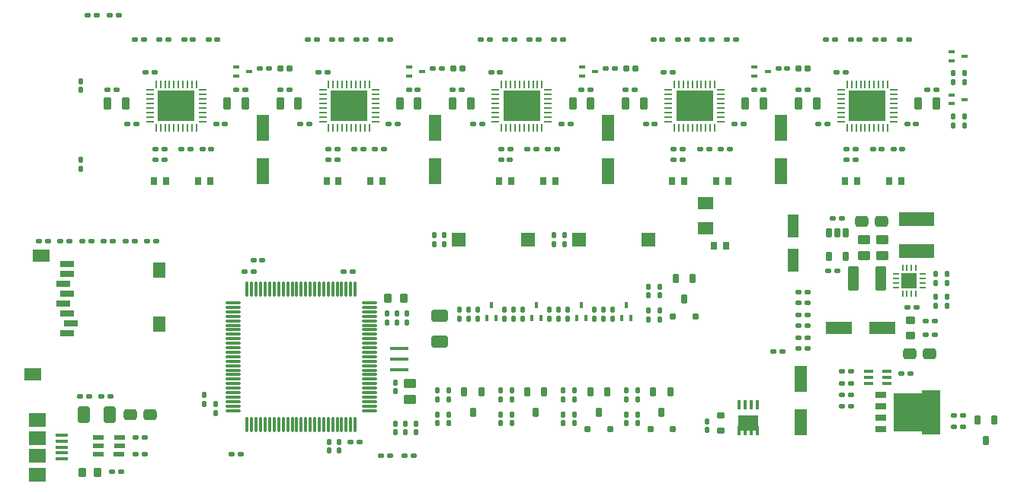
<source format=gtp>
G04*
G04 #@! TF.GenerationSoftware,Altium Limited,Altium Designer,18.1.4 (159)*
G04*
G04 Layer_Color=8421504*
%FSLAX44Y44*%
%MOMM*%
G71*
G01*
G75*
%ADD47R,0.8000X0.9000*%
%ADD48O,0.2500X0.8500*%
%ADD49O,0.8500X0.2500*%
%ADD50R,4.1000X3.4000*%
G04:AMPARAMS|DCode=51|XSize=0.5mm|YSize=0.6mm|CornerRadius=0.05mm|HoleSize=0mm|Usage=FLASHONLY|Rotation=90.000|XOffset=0mm|YOffset=0mm|HoleType=Round|Shape=RoundedRectangle|*
%AMROUNDEDRECTD51*
21,1,0.5000,0.5000,0,0,90.0*
21,1,0.4000,0.6000,0,0,90.0*
1,1,0.1000,0.2500,0.2000*
1,1,0.1000,0.2500,-0.2000*
1,1,0.1000,-0.2500,-0.2000*
1,1,0.1000,-0.2500,0.2000*
%
%ADD51ROUNDEDRECTD51*%
G04:AMPARAMS|DCode=52|XSize=0.35mm|YSize=0.65mm|CornerRadius=0.0438mm|HoleSize=0mm|Usage=FLASHONLY|Rotation=270.000|XOffset=0mm|YOffset=0mm|HoleType=Round|Shape=RoundedRectangle|*
%AMROUNDEDRECTD52*
21,1,0.3500,0.5625,0,0,270.0*
21,1,0.2625,0.6500,0,0,270.0*
1,1,0.0875,-0.2813,-0.1313*
1,1,0.0875,-0.2813,0.1313*
1,1,0.0875,0.2813,0.1313*
1,1,0.0875,0.2813,-0.1313*
%
%ADD52ROUNDEDRECTD52*%
G04:AMPARAMS|DCode=53|XSize=0.6mm|YSize=0.6mm|CornerRadius=0.06mm|HoleSize=0mm|Usage=FLASHONLY|Rotation=270.000|XOffset=0mm|YOffset=0mm|HoleType=Round|Shape=RoundedRectangle|*
%AMROUNDEDRECTD53*
21,1,0.6000,0.4800,0,0,270.0*
21,1,0.4800,0.6000,0,0,270.0*
1,1,0.1200,-0.2400,-0.2400*
1,1,0.1200,-0.2400,0.2400*
1,1,0.1200,0.2400,0.2400*
1,1,0.1200,0.2400,-0.2400*
%
%ADD53ROUNDEDRECTD53*%
%ADD54R,1.3970X2.9972*%
G04:AMPARAMS|DCode=55|XSize=1.3mm|YSize=0.8mm|CornerRadius=0.1mm|HoleSize=0mm|Usage=FLASHONLY|Rotation=270.000|XOffset=0mm|YOffset=0mm|HoleType=Round|Shape=RoundedRectangle|*
%AMROUNDEDRECTD55*
21,1,1.3000,0.6000,0,0,270.0*
21,1,1.1000,0.8000,0,0,270.0*
1,1,0.2000,-0.3000,-0.5500*
1,1,0.2000,-0.3000,0.5500*
1,1,0.2000,0.3000,0.5500*
1,1,0.2000,0.3000,-0.5500*
%
%ADD55ROUNDEDRECTD55*%
%ADD56R,4.0000X1.5000*%
G04:AMPARAMS|DCode=57|XSize=0.6mm|YSize=0.5mm|CornerRadius=0.0625mm|HoleSize=0mm|Usage=FLASHONLY|Rotation=0.000|XOffset=0mm|YOffset=0mm|HoleType=Round|Shape=RoundedRectangle|*
%AMROUNDEDRECTD57*
21,1,0.6000,0.3750,0,0,0.0*
21,1,0.4750,0.5000,0,0,0.0*
1,1,0.1250,0.2375,-0.1875*
1,1,0.1250,-0.2375,-0.1875*
1,1,0.1250,-0.2375,0.1875*
1,1,0.1250,0.2375,0.1875*
%
%ADD57ROUNDEDRECTD57*%
G04:AMPARAMS|DCode=58|XSize=0.6mm|YSize=0.5mm|CornerRadius=0.0625mm|HoleSize=0mm|Usage=FLASHONLY|Rotation=270.000|XOffset=0mm|YOffset=0mm|HoleType=Round|Shape=RoundedRectangle|*
%AMROUNDEDRECTD58*
21,1,0.6000,0.3750,0,0,270.0*
21,1,0.4750,0.5000,0,0,270.0*
1,1,0.1250,-0.1875,-0.2375*
1,1,0.1250,-0.1875,0.2375*
1,1,0.1250,0.1875,0.2375*
1,1,0.1250,0.1875,-0.2375*
%
%ADD58ROUNDEDRECTD58*%
G04:AMPARAMS|DCode=59|XSize=0.6mm|YSize=1mm|CornerRadius=0.075mm|HoleSize=0mm|Usage=FLASHONLY|Rotation=180.000|XOffset=0mm|YOffset=0mm|HoleType=Round|Shape=RoundedRectangle|*
%AMROUNDEDRECTD59*
21,1,0.6000,0.8500,0,0,180.0*
21,1,0.4500,1.0000,0,0,180.0*
1,1,0.1500,-0.2250,0.4250*
1,1,0.1500,0.2250,0.4250*
1,1,0.1500,0.2250,-0.4250*
1,1,0.1500,-0.2250,-0.4250*
%
%ADD59ROUNDEDRECTD59*%
%ADD60R,2.0000X0.4000*%
%ADD61R,1.1500X0.6000*%
%ADD62R,1.9050X1.4224*%
%ADD63R,1.4224X1.8034*%
%ADD64R,1.5240X0.7112*%
%ADD65O,0.3000X1.8000*%
%ADD66O,1.8000X0.3000*%
%ADD67R,1.5000X1.5000*%
G04:AMPARAMS|DCode=68|XSize=0.5mm|YSize=0.6mm|CornerRadius=0.05mm|HoleSize=0mm|Usage=FLASHONLY|Rotation=180.000|XOffset=0mm|YOffset=0mm|HoleType=Round|Shape=RoundedRectangle|*
%AMROUNDEDRECTD68*
21,1,0.5000,0.5000,0,0,180.0*
21,1,0.4000,0.6000,0,0,180.0*
1,1,0.1000,-0.2000,0.2500*
1,1,0.1000,0.2000,0.2500*
1,1,0.1000,0.2000,-0.2500*
1,1,0.1000,-0.2000,-0.2500*
%
%ADD68ROUNDEDRECTD68*%
%ADD69R,0.4050X0.9900*%
%ADD70R,2.2350X1.7250*%
%ADD71R,1.9000X1.5000*%
%ADD72R,1.3500X0.4000*%
G04:AMPARAMS|DCode=73|XSize=1mm|YSize=0.9mm|CornerRadius=0.1125mm|HoleSize=0mm|Usage=FLASHONLY|Rotation=180.000|XOffset=0mm|YOffset=0mm|HoleType=Round|Shape=RoundedRectangle|*
%AMROUNDEDRECTD73*
21,1,1.0000,0.6750,0,0,180.0*
21,1,0.7750,0.9000,0,0,180.0*
1,1,0.2250,-0.3875,0.3375*
1,1,0.2250,0.3875,0.3375*
1,1,0.2250,0.3875,-0.3375*
1,1,0.2250,-0.3875,-0.3375*
%
%ADD73ROUNDEDRECTD73*%
%ADD74R,1.8000X1.3500*%
G04:AMPARAMS|DCode=75|XSize=1mm|YSize=0.9mm|CornerRadius=0.1125mm|HoleSize=0mm|Usage=FLASHONLY|Rotation=90.000|XOffset=0mm|YOffset=0mm|HoleType=Round|Shape=RoundedRectangle|*
%AMROUNDEDRECTD75*
21,1,1.0000,0.6750,0,0,90.0*
21,1,0.7750,0.9000,0,0,90.0*
1,1,0.2250,0.3375,0.3875*
1,1,0.2250,0.3375,-0.3875*
1,1,0.2250,-0.3375,-0.3875*
1,1,0.2250,-0.3375,0.3875*
%
%ADD75ROUNDEDRECTD75*%
G04:AMPARAMS|DCode=76|XSize=1.8mm|YSize=1.3mm|CornerRadius=0.1625mm|HoleSize=0mm|Usage=FLASHONLY|Rotation=90.000|XOffset=0mm|YOffset=0mm|HoleType=Round|Shape=RoundedRectangle|*
%AMROUNDEDRECTD76*
21,1,1.8000,0.9750,0,0,90.0*
21,1,1.4750,1.3000,0,0,90.0*
1,1,0.3250,0.4875,0.7375*
1,1,0.3250,0.4875,-0.7375*
1,1,0.3250,-0.4875,-0.7375*
1,1,0.3250,-0.4875,0.7375*
%
%ADD76ROUNDEDRECTD76*%
G04:AMPARAMS|DCode=77|XSize=1.8mm|YSize=1.3mm|CornerRadius=0.1625mm|HoleSize=0mm|Usage=FLASHONLY|Rotation=0.000|XOffset=0mm|YOffset=0mm|HoleType=Round|Shape=RoundedRectangle|*
%AMROUNDEDRECTD77*
21,1,1.8000,0.9750,0,0,0.0*
21,1,1.4750,1.3000,0,0,0.0*
1,1,0.3250,0.7375,-0.4875*
1,1,0.3250,-0.7375,-0.4875*
1,1,0.3250,-0.7375,0.4875*
1,1,0.3250,0.7375,0.4875*
%
%ADD77ROUNDEDRECTD77*%
G04:AMPARAMS|DCode=78|XSize=0.6mm|YSize=0.8mm|CornerRadius=0.06mm|HoleSize=0mm|Usage=FLASHONLY|Rotation=270.000|XOffset=0mm|YOffset=0mm|HoleType=Round|Shape=RoundedRectangle|*
%AMROUNDEDRECTD78*
21,1,0.6000,0.6800,0,0,270.0*
21,1,0.4800,0.8000,0,0,270.0*
1,1,0.1200,-0.3400,-0.2400*
1,1,0.1200,-0.3400,0.2400*
1,1,0.1200,0.3400,0.2400*
1,1,0.1200,0.3400,-0.2400*
%
%ADD78ROUNDEDRECTD78*%
G04:AMPARAMS|DCode=79|XSize=1.2mm|YSize=1.5mm|CornerRadius=0.3mm|HoleSize=0mm|Usage=FLASHONLY|Rotation=90.000|XOffset=0mm|YOffset=0mm|HoleType=Round|Shape=RoundedRectangle|*
%AMROUNDEDRECTD79*
21,1,1.2000,0.9000,0,0,90.0*
21,1,0.6000,1.5000,0,0,90.0*
1,1,0.6000,0.4500,0.3000*
1,1,0.6000,0.4500,-0.3000*
1,1,0.6000,-0.4500,-0.3000*
1,1,0.6000,-0.4500,0.3000*
%
%ADD79ROUNDEDRECTD79*%
G04:AMPARAMS|DCode=80|XSize=0.6mm|YSize=0.7mm|CornerRadius=0.075mm|HoleSize=0mm|Usage=FLASHONLY|Rotation=0.000|XOffset=0mm|YOffset=0mm|HoleType=Round|Shape=RoundedRectangle|*
%AMROUNDEDRECTD80*
21,1,0.6000,0.5500,0,0,0.0*
21,1,0.4500,0.7000,0,0,0.0*
1,1,0.1500,0.2250,-0.2750*
1,1,0.1500,-0.2250,-0.2750*
1,1,0.1500,-0.2250,0.2750*
1,1,0.1500,0.2250,0.2750*
%
%ADD80ROUNDEDRECTD80*%
G04:AMPARAMS|DCode=81|XSize=0.35mm|YSize=0.65mm|CornerRadius=0.0438mm|HoleSize=0mm|Usage=FLASHONLY|Rotation=0.000|XOffset=0mm|YOffset=0mm|HoleType=Round|Shape=RoundedRectangle|*
%AMROUNDEDRECTD81*
21,1,0.3500,0.5625,0,0,0.0*
21,1,0.2625,0.6500,0,0,0.0*
1,1,0.0875,0.1313,-0.2813*
1,1,0.0875,-0.1313,-0.2813*
1,1,0.0875,-0.1313,0.2813*
1,1,0.0875,0.1313,0.2813*
%
%ADD81ROUNDEDRECTD81*%
G04:AMPARAMS|DCode=82|XSize=1.4mm|YSize=1mm|CornerRadius=0.125mm|HoleSize=0mm|Usage=FLASHONLY|Rotation=180.000|XOffset=0mm|YOffset=0mm|HoleType=Round|Shape=RoundedRectangle|*
%AMROUNDEDRECTD82*
21,1,1.4000,0.7500,0,0,180.0*
21,1,1.1500,1.0000,0,0,180.0*
1,1,0.2500,-0.5750,0.3750*
1,1,0.2500,0.5750,0.3750*
1,1,0.2500,0.5750,-0.3750*
1,1,0.2500,-0.5750,-0.3750*
%
%ADD82ROUNDEDRECTD82*%
G04:AMPARAMS|DCode=83|XSize=2.7mm|YSize=1.15mm|CornerRadius=0.1438mm|HoleSize=0mm|Usage=FLASHONLY|Rotation=90.000|XOffset=0mm|YOffset=0mm|HoleType=Round|Shape=RoundedRectangle|*
%AMROUNDEDRECTD83*
21,1,2.7000,0.8625,0,0,90.0*
21,1,2.4125,1.1500,0,0,90.0*
1,1,0.2875,0.4313,1.2063*
1,1,0.2875,0.4313,-1.2063*
1,1,0.2875,-0.4313,-1.2063*
1,1,0.2875,-0.4313,1.2063*
%
%ADD83ROUNDEDRECTD83*%
%ADD84R,2.9972X1.3970*%
%ADD85R,1.3000X2.5000*%
%ADD86O,0.8000X0.2500*%
%ADD87O,0.2500X0.8000*%
%ADD88R,1.6800X1.6800*%
%ADD89R,2.0000X5.0000*%
%ADD90R,3.2000X4.2000*%
%ADD91R,1.1500X0.7000*%
G04:AMPARAMS|DCode=92|XSize=1mm|YSize=0.4mm|CornerRadius=0.1mm|HoleSize=0mm|Usage=FLASHONLY|Rotation=0.000|XOffset=0mm|YOffset=0mm|HoleType=Round|Shape=RoundedRectangle|*
%AMROUNDEDRECTD92*
21,1,1.0000,0.2000,0,0,0.0*
21,1,0.8000,0.4000,0,0,0.0*
1,1,0.2000,0.4000,-0.1000*
1,1,0.2000,-0.4000,-0.1000*
1,1,0.2000,-0.4000,0.1000*
1,1,0.2000,0.4000,0.1000*
%
%ADD92ROUNDEDRECTD92*%
D47*
X783250Y344910D02*
D03*
X769750D02*
D03*
X196000Y417250D02*
D03*
X209500D02*
D03*
X147000Y417250D02*
D03*
X160500D02*
D03*
X339000D02*
D03*
X352500D02*
D03*
X388000Y417250D02*
D03*
X401500D02*
D03*
X531000Y417250D02*
D03*
X544500D02*
D03*
X580000Y417250D02*
D03*
X593500D02*
D03*
X723000Y417250D02*
D03*
X736500D02*
D03*
X772000Y417250D02*
D03*
X785500D02*
D03*
X915000Y417250D02*
D03*
X928500D02*
D03*
X964000Y417250D02*
D03*
X977500D02*
D03*
D48*
X962500Y525000D02*
D03*
X957500D02*
D03*
X952500D02*
D03*
X947500D02*
D03*
X942500D02*
D03*
X937500D02*
D03*
X932500D02*
D03*
X927500D02*
D03*
X922500D02*
D03*
X917500D02*
D03*
Y476500D02*
D03*
X922500D02*
D03*
X927500D02*
D03*
X932500D02*
D03*
X937500D02*
D03*
X942500D02*
D03*
X947500D02*
D03*
X952500D02*
D03*
X957500D02*
D03*
X962500D02*
D03*
X770500D02*
D03*
X765500D02*
D03*
X760500D02*
D03*
X755500D02*
D03*
X750500D02*
D03*
X745500D02*
D03*
X740500D02*
D03*
X735500D02*
D03*
X730500D02*
D03*
X725500D02*
D03*
Y525000D02*
D03*
X730500D02*
D03*
X735500D02*
D03*
X740500D02*
D03*
X745500D02*
D03*
X750500D02*
D03*
X755500D02*
D03*
X760500D02*
D03*
X765500D02*
D03*
X770500D02*
D03*
X578500D02*
D03*
X573500D02*
D03*
X568500D02*
D03*
X563500D02*
D03*
X558500D02*
D03*
X553500D02*
D03*
X548500D02*
D03*
X543500D02*
D03*
X538500D02*
D03*
X533500D02*
D03*
Y476500D02*
D03*
X538500D02*
D03*
X543500D02*
D03*
X548500D02*
D03*
X553500D02*
D03*
X558500D02*
D03*
X563500D02*
D03*
X568500D02*
D03*
X573500D02*
D03*
X578500D02*
D03*
X386500D02*
D03*
X381500D02*
D03*
X376500D02*
D03*
X371500D02*
D03*
X366500D02*
D03*
X361500D02*
D03*
X356500D02*
D03*
X351500D02*
D03*
X346500D02*
D03*
X341500D02*
D03*
Y525000D02*
D03*
X346500D02*
D03*
X351500D02*
D03*
X356500D02*
D03*
X361500D02*
D03*
X366500D02*
D03*
X371500D02*
D03*
X376500D02*
D03*
X381500D02*
D03*
X386500D02*
D03*
X194500D02*
D03*
X189500D02*
D03*
X184500D02*
D03*
X179500D02*
D03*
X174500D02*
D03*
X169500D02*
D03*
X164500D02*
D03*
X159500D02*
D03*
X154500D02*
D03*
X149500D02*
D03*
Y476500D02*
D03*
X154500D02*
D03*
X159500D02*
D03*
X164500D02*
D03*
X169500D02*
D03*
X174500D02*
D03*
X179500D02*
D03*
X184500D02*
D03*
X189500D02*
D03*
X194500D02*
D03*
D49*
X910750Y518250D02*
D03*
Y513250D02*
D03*
Y508250D02*
D03*
Y503250D02*
D03*
Y498250D02*
D03*
Y493250D02*
D03*
Y488250D02*
D03*
Y483250D02*
D03*
X969250D02*
D03*
Y488250D02*
D03*
Y493250D02*
D03*
Y498250D02*
D03*
Y503250D02*
D03*
Y508250D02*
D03*
Y513250D02*
D03*
Y518250D02*
D03*
X777250D02*
D03*
Y513250D02*
D03*
Y508250D02*
D03*
Y503250D02*
D03*
Y498250D02*
D03*
Y493250D02*
D03*
Y488250D02*
D03*
Y483250D02*
D03*
X718750D02*
D03*
Y488250D02*
D03*
Y493250D02*
D03*
Y498250D02*
D03*
Y503250D02*
D03*
Y508250D02*
D03*
Y513250D02*
D03*
Y518250D02*
D03*
X526750D02*
D03*
Y513250D02*
D03*
Y508250D02*
D03*
Y503250D02*
D03*
Y498250D02*
D03*
Y493250D02*
D03*
Y488250D02*
D03*
Y483250D02*
D03*
X585250D02*
D03*
Y488250D02*
D03*
Y493250D02*
D03*
Y498250D02*
D03*
Y503250D02*
D03*
Y508250D02*
D03*
Y513250D02*
D03*
Y518250D02*
D03*
X393250D02*
D03*
Y513250D02*
D03*
Y508250D02*
D03*
Y503250D02*
D03*
Y498250D02*
D03*
Y493250D02*
D03*
Y488250D02*
D03*
Y483250D02*
D03*
X334750D02*
D03*
Y488250D02*
D03*
Y493250D02*
D03*
Y498250D02*
D03*
Y503250D02*
D03*
Y508250D02*
D03*
Y513250D02*
D03*
Y518250D02*
D03*
X142750D02*
D03*
Y513250D02*
D03*
Y508250D02*
D03*
Y503250D02*
D03*
Y498250D02*
D03*
Y493250D02*
D03*
Y488250D02*
D03*
Y483250D02*
D03*
X201250D02*
D03*
Y488250D02*
D03*
Y493250D02*
D03*
Y498250D02*
D03*
Y503250D02*
D03*
Y508250D02*
D03*
Y513250D02*
D03*
Y518250D02*
D03*
D50*
X940000Y500750D02*
D03*
X748000D02*
D03*
X556000D02*
D03*
X364000D02*
D03*
X172000D02*
D03*
D51*
X265100Y542600D02*
D03*
X275100D02*
D03*
X127750Y480250D02*
D03*
X117750D02*
D03*
X105500Y518250D02*
D03*
X95500D02*
D03*
X91520Y350520D02*
D03*
X101520D02*
D03*
X994330Y276860D02*
D03*
X984330D02*
D03*
X1036000Y144000D02*
D03*
X1046000D02*
D03*
X1036000Y156000D02*
D03*
X1046000D02*
D03*
X911860Y166530D02*
D03*
X921860D02*
D03*
X911940Y179230D02*
D03*
X921940D02*
D03*
X988000Y203000D02*
D03*
X978000D02*
D03*
X127001Y113030D02*
D03*
X127000Y132080D02*
D03*
X139780Y350520D02*
D03*
X149780D02*
D03*
X115650D02*
D03*
X125650D02*
D03*
X43260D02*
D03*
X53260D02*
D03*
X67390D02*
D03*
X77390D02*
D03*
X233760Y113030D02*
D03*
X243760D02*
D03*
X409284Y111760D02*
D03*
X399284D02*
D03*
X425530Y111760D02*
D03*
X435530D02*
D03*
X107870Y601980D02*
D03*
X97870D02*
D03*
X863680Y281940D02*
D03*
X873680D02*
D03*
X863680Y256540D02*
D03*
X873680D02*
D03*
X64850Y177800D02*
D03*
X74850D02*
D03*
X835740Y227330D02*
D03*
X845740D02*
D03*
X896700Y317500D02*
D03*
X906700D02*
D03*
X901780Y375920D02*
D03*
X911780D02*
D03*
X1014650Y246380D02*
D03*
X1004650D02*
D03*
X1014650Y261620D02*
D03*
X1004650D02*
D03*
X153507Y574140D02*
D03*
X163507D02*
D03*
X136340D02*
D03*
X126340D02*
D03*
X238500Y518250D02*
D03*
X248500D02*
D03*
X180674Y574140D02*
D03*
X190674D02*
D03*
X217840Y574140D02*
D03*
X207840D02*
D03*
X159040Y452640D02*
D03*
X149040D02*
D03*
X149000Y440997D02*
D03*
X159000D02*
D03*
X138000Y537750D02*
D03*
X148000D02*
D03*
X216250Y480250D02*
D03*
X226250D02*
D03*
X201040Y452636D02*
D03*
X211040D02*
D03*
X178040D02*
D03*
X188040D02*
D03*
X921940Y205230D02*
D03*
X911940D02*
D03*
X368220Y316230D02*
D03*
X358220D02*
D03*
X257730D02*
D03*
X247730D02*
D03*
X257730Y328930D02*
D03*
X267730D02*
D03*
X100410Y93980D02*
D03*
X110410D02*
D03*
X19130Y350520D02*
D03*
X29130D02*
D03*
X365900Y127050D02*
D03*
X375900D02*
D03*
X137000Y132080D02*
D03*
X137001Y113030D02*
D03*
X370040Y452636D02*
D03*
X380040D02*
D03*
X393040D02*
D03*
X403040D02*
D03*
X408250Y480250D02*
D03*
X418250D02*
D03*
X330000Y537750D02*
D03*
X340000D02*
D03*
X341000Y440997D02*
D03*
X351000D02*
D03*
X351040Y452640D02*
D03*
X341040D02*
D03*
X409840Y574140D02*
D03*
X399840D02*
D03*
X372673Y574140D02*
D03*
X382673D02*
D03*
X430500Y518250D02*
D03*
X440500D02*
D03*
X328340Y574140D02*
D03*
X318340D02*
D03*
X345507D02*
D03*
X355507D02*
D03*
X297500Y518250D02*
D03*
X287500D02*
D03*
X319750Y480250D02*
D03*
X309750D02*
D03*
X457100Y542600D02*
D03*
X467100D02*
D03*
X562040Y452636D02*
D03*
X572040D02*
D03*
X585040D02*
D03*
X595040D02*
D03*
X600250Y480250D02*
D03*
X610250D02*
D03*
X522000Y537750D02*
D03*
X532000D02*
D03*
X533000Y440997D02*
D03*
X543000D02*
D03*
X543040Y452640D02*
D03*
X533040D02*
D03*
X601840Y574140D02*
D03*
X591840D02*
D03*
X564674Y574140D02*
D03*
X574674D02*
D03*
X622500Y518250D02*
D03*
X632500D02*
D03*
X520340Y574140D02*
D03*
X510340D02*
D03*
X537507D02*
D03*
X547507D02*
D03*
X489500Y518250D02*
D03*
X479500D02*
D03*
X511750Y480250D02*
D03*
X501750D02*
D03*
X649100Y542600D02*
D03*
X659100D02*
D03*
X754040Y452636D02*
D03*
X764040D02*
D03*
X777040D02*
D03*
X787040D02*
D03*
X792250Y480250D02*
D03*
X802250D02*
D03*
X714000Y537750D02*
D03*
X724000D02*
D03*
X725000Y440997D02*
D03*
X735000D02*
D03*
X735040Y452640D02*
D03*
X725040D02*
D03*
X793840Y574140D02*
D03*
X783840D02*
D03*
X756674Y574140D02*
D03*
X766674D02*
D03*
X814500Y518250D02*
D03*
X824500D02*
D03*
X712340Y574140D02*
D03*
X702340D02*
D03*
X729507D02*
D03*
X739507D02*
D03*
X681500Y518250D02*
D03*
X671500D02*
D03*
X703750Y480250D02*
D03*
X693750D02*
D03*
X841100Y542600D02*
D03*
X851100D02*
D03*
X946040Y452636D02*
D03*
X956040D02*
D03*
X969040D02*
D03*
X979040D02*
D03*
X984250Y480250D02*
D03*
X994250D02*
D03*
X906000Y537750D02*
D03*
X916000D02*
D03*
X917000Y440997D02*
D03*
X927000D02*
D03*
X927040Y452640D02*
D03*
X917040D02*
D03*
X985840Y574140D02*
D03*
X975840D02*
D03*
X948673Y574140D02*
D03*
X958673D02*
D03*
X1006500Y518250D02*
D03*
X1016500D02*
D03*
X904340Y574140D02*
D03*
X894340D02*
D03*
X921507D02*
D03*
X931507D02*
D03*
X873500Y518250D02*
D03*
X863500D02*
D03*
X895750Y480250D02*
D03*
X885750D02*
D03*
D52*
X253250Y539000D02*
D03*
X238750Y534000D02*
D03*
Y544000D02*
D03*
X1033500Y513000D02*
D03*
Y503000D02*
D03*
X1048000Y508000D02*
D03*
Y556000D02*
D03*
X1033500Y551000D02*
D03*
Y561000D02*
D03*
X445250Y539000D02*
D03*
X430750Y534000D02*
D03*
Y544000D02*
D03*
X637250Y539000D02*
D03*
X622750Y534000D02*
D03*
Y544000D02*
D03*
X829250Y539000D02*
D03*
X814750Y534000D02*
D03*
Y544000D02*
D03*
D53*
X297880Y542600D02*
D03*
X287880D02*
D03*
X489880D02*
D03*
X479880D02*
D03*
X681880D02*
D03*
X671880D02*
D03*
X873880D02*
D03*
X863880D02*
D03*
D54*
X267903Y476286D02*
D03*
Y428280D02*
D03*
X866140Y148590D02*
D03*
Y196596D02*
D03*
X459902Y476286D02*
D03*
Y428280D02*
D03*
X651902Y476286D02*
D03*
Y428280D02*
D03*
X843903Y476286D02*
D03*
Y428280D02*
D03*
D55*
X115500Y503250D02*
D03*
X95500D02*
D03*
X228500D02*
D03*
X248500D02*
D03*
X420500D02*
D03*
X440500D02*
D03*
X307500D02*
D03*
X287500D02*
D03*
X612500D02*
D03*
X632500D02*
D03*
X499500D02*
D03*
X479500D02*
D03*
X804500D02*
D03*
X824500D02*
D03*
X691500D02*
D03*
X671500D02*
D03*
X996500D02*
D03*
X1016500D02*
D03*
X883500D02*
D03*
X863500D02*
D03*
D56*
X994410Y338870D02*
D03*
Y374870D02*
D03*
D57*
X921940Y191930D02*
D03*
X911940D02*
D03*
X873680Y231140D02*
D03*
X863680D02*
D03*
X873680Y242570D02*
D03*
X863680D02*
D03*
X88980Y177800D02*
D03*
X98980D02*
D03*
X873680Y267970D02*
D03*
X863680D02*
D03*
X873680Y293370D02*
D03*
X863680D02*
D03*
X83740Y601980D02*
D03*
X73740D02*
D03*
D58*
X709479Y289640D02*
D03*
Y299640D02*
D03*
X684530Y174070D02*
D03*
Y184070D02*
D03*
X544830Y174070D02*
D03*
Y184070D02*
D03*
X474980Y174070D02*
D03*
Y184070D02*
D03*
X614680Y174070D02*
D03*
Y184070D02*
D03*
X1028700Y303610D02*
D03*
Y313610D02*
D03*
D59*
X736450Y285680D02*
D03*
X726950Y308680D02*
D03*
X745950D02*
D03*
X1071880Y128200D02*
D03*
X1062380Y151200D02*
D03*
X1081380D02*
D03*
X711500Y159950D02*
D03*
X702000Y182950D02*
D03*
X721000D02*
D03*
X641500Y159950D02*
D03*
X632000Y182950D02*
D03*
X651000D02*
D03*
X897310Y333390D02*
D03*
X916310Y359390D02*
D03*
X906810D02*
D03*
X897310D02*
D03*
X916310Y333390D02*
D03*
X571500Y159950D02*
D03*
X562000Y182950D02*
D03*
X581000D02*
D03*
X501650Y159950D02*
D03*
X492150Y182950D02*
D03*
X511150D02*
D03*
D60*
X419900Y231000D02*
D03*
Y219000D02*
D03*
Y207000D02*
D03*
D61*
X108840Y132030D02*
D03*
X85090D02*
D03*
Y122530D02*
D03*
Y113030D02*
D03*
X108590D02*
D03*
X108840Y122530D02*
D03*
D62*
X21800Y333756D02*
D03*
X12800Y201676D02*
D03*
D63*
X152800Y317754D02*
D03*
Y257810D02*
D03*
D64*
X50800Y324612D02*
D03*
Y313690D02*
D03*
X46800Y302768D02*
D03*
X50800Y291592D02*
D03*
X46800Y280670D02*
D03*
X50800Y269748D02*
D03*
X54800Y258572D02*
D03*
X50800Y247650D02*
D03*
D65*
X370900Y146100D02*
D03*
X365900D02*
D03*
X360900D02*
D03*
X355900D02*
D03*
X350900D02*
D03*
X345900D02*
D03*
X340900D02*
D03*
X335900D02*
D03*
X330900D02*
D03*
X325900D02*
D03*
X320900D02*
D03*
X315900D02*
D03*
X310900D02*
D03*
X305900D02*
D03*
X300900D02*
D03*
X295900D02*
D03*
X290900D02*
D03*
X285900D02*
D03*
X280900D02*
D03*
X275900D02*
D03*
X270900D02*
D03*
X265900D02*
D03*
X260900D02*
D03*
X255900D02*
D03*
X250900D02*
D03*
Y297100D02*
D03*
X255900D02*
D03*
X260900D02*
D03*
X265900D02*
D03*
X270900D02*
D03*
X275900D02*
D03*
X280900D02*
D03*
X285900D02*
D03*
X290900D02*
D03*
X295900D02*
D03*
X300900D02*
D03*
X305900D02*
D03*
X310900D02*
D03*
X315900D02*
D03*
X320900D02*
D03*
X325900D02*
D03*
X330900D02*
D03*
X335900D02*
D03*
X340900D02*
D03*
X345900D02*
D03*
X350900D02*
D03*
X355900D02*
D03*
X360900D02*
D03*
X365900D02*
D03*
X370900D02*
D03*
D66*
X235400Y161600D02*
D03*
Y166600D02*
D03*
Y171600D02*
D03*
Y176600D02*
D03*
Y181600D02*
D03*
Y186600D02*
D03*
Y191600D02*
D03*
Y196600D02*
D03*
Y201600D02*
D03*
Y206600D02*
D03*
Y211600D02*
D03*
Y216600D02*
D03*
Y221600D02*
D03*
Y226600D02*
D03*
Y231600D02*
D03*
Y236600D02*
D03*
Y241600D02*
D03*
Y246600D02*
D03*
Y251600D02*
D03*
Y256600D02*
D03*
Y261600D02*
D03*
Y266600D02*
D03*
Y271600D02*
D03*
Y276600D02*
D03*
Y281600D02*
D03*
X386400D02*
D03*
Y276600D02*
D03*
Y271600D02*
D03*
Y266600D02*
D03*
Y261600D02*
D03*
Y256600D02*
D03*
Y251600D02*
D03*
Y246600D02*
D03*
Y241600D02*
D03*
Y236600D02*
D03*
Y231600D02*
D03*
Y226600D02*
D03*
Y221600D02*
D03*
Y216600D02*
D03*
Y211600D02*
D03*
Y206600D02*
D03*
Y201600D02*
D03*
Y196600D02*
D03*
Y191600D02*
D03*
Y186600D02*
D03*
Y181600D02*
D03*
Y176600D02*
D03*
Y171600D02*
D03*
Y166600D02*
D03*
Y161600D02*
D03*
D67*
X486010Y351790D02*
D03*
X563009D02*
D03*
X696360Y351790D02*
D03*
X619360D02*
D03*
D68*
X426720Y147240D02*
D03*
Y137240D02*
D03*
X762000Y149780D02*
D03*
Y139780D02*
D03*
X1016000Y288210D02*
D03*
Y278210D02*
D03*
X438150Y137240D02*
D03*
Y147240D02*
D03*
X696779Y262970D02*
D03*
Y272970D02*
D03*
X696779Y289640D02*
D03*
Y299640D02*
D03*
X709480Y272970D02*
D03*
Y262970D02*
D03*
X671830Y157400D02*
D03*
Y147400D02*
D03*
X532130Y157400D02*
D03*
Y147400D02*
D03*
X671830Y174070D02*
D03*
Y184070D02*
D03*
X532130Y174070D02*
D03*
Y184070D02*
D03*
X684530Y157400D02*
D03*
Y147400D02*
D03*
X544830Y157400D02*
D03*
Y147400D02*
D03*
X462280Y157400D02*
D03*
Y147400D02*
D03*
X601980Y157400D02*
D03*
Y147400D02*
D03*
X462280Y174070D02*
D03*
Y184070D02*
D03*
X601980Y174070D02*
D03*
Y184070D02*
D03*
X474980Y157400D02*
D03*
Y147400D02*
D03*
X614680Y157400D02*
D03*
Y147400D02*
D03*
X647000Y274000D02*
D03*
Y264000D02*
D03*
X637000Y274000D02*
D03*
Y264000D02*
D03*
X597000Y274000D02*
D03*
Y264000D02*
D03*
X587000Y274000D02*
D03*
Y264000D02*
D03*
X547000Y274000D02*
D03*
Y264000D02*
D03*
X537000Y274000D02*
D03*
Y264000D02*
D03*
X469900Y346790D02*
D03*
Y356790D02*
D03*
X497000Y274000D02*
D03*
Y264000D02*
D03*
X487000Y274000D02*
D03*
Y264000D02*
D03*
X66041Y440610D02*
D03*
Y430610D02*
D03*
X1048000Y489000D02*
D03*
Y479000D02*
D03*
X603250Y346710D02*
D03*
Y356710D02*
D03*
X1048000Y537000D02*
D03*
Y527000D02*
D03*
X353060Y117000D02*
D03*
Y127000D02*
D03*
X341630Y117000D02*
D03*
Y127000D02*
D03*
X1028700Y278210D02*
D03*
Y288210D02*
D03*
X415290Y137240D02*
D03*
Y147240D02*
D03*
X1016000Y303610D02*
D03*
Y313610D02*
D03*
X657000Y264000D02*
D03*
Y274000D02*
D03*
X417225Y259620D02*
D03*
Y269620D02*
D03*
X406400Y259620D02*
D03*
Y269620D02*
D03*
X415290Y183040D02*
D03*
Y193040D02*
D03*
X428205Y269600D02*
D03*
Y259600D02*
D03*
X215900Y168830D02*
D03*
Y158830D02*
D03*
X607000Y264000D02*
D03*
Y274000D02*
D03*
X557000Y264000D02*
D03*
Y274000D02*
D03*
X203200Y168830D02*
D03*
Y178830D02*
D03*
X458470Y356790D02*
D03*
Y346790D02*
D03*
X507000Y264000D02*
D03*
Y274000D02*
D03*
X1035000Y479000D02*
D03*
Y489000D02*
D03*
X591820Y356790D02*
D03*
Y346790D02*
D03*
X1035000Y527000D02*
D03*
Y537000D02*
D03*
X66040Y518240D02*
D03*
Y528240D02*
D03*
D69*
X797820Y139320D02*
D03*
X804420D02*
D03*
X811020D02*
D03*
X817620D02*
D03*
X797820Y168020D02*
D03*
X804420D02*
D03*
X811020D02*
D03*
X817620D02*
D03*
D70*
X807720Y148120D02*
D03*
D71*
X18000Y90500D02*
D03*
Y110999D02*
D03*
Y131000D02*
D03*
Y151500D02*
D03*
D72*
X45000Y120999D02*
D03*
Y114500D02*
D03*
Y108000D02*
D03*
Y127500D02*
D03*
Y134000D02*
D03*
D73*
X988060Y262500D02*
D03*
Y245500D02*
D03*
D74*
X760610Y364460D02*
D03*
Y392460D02*
D03*
D75*
X424500Y287000D02*
D03*
X407500D02*
D03*
X67700Y92710D02*
D03*
X84700D02*
D03*
D76*
X69320Y157480D02*
D03*
X98320D02*
D03*
D77*
X465000Y267500D02*
D03*
Y238500D02*
D03*
D78*
X777240Y156210D02*
D03*
Y139210D02*
D03*
D79*
X933880Y372110D02*
D03*
X955880D02*
D03*
X1009220Y224790D02*
D03*
X987220D02*
D03*
X143080Y157480D02*
D03*
X121080D02*
D03*
D80*
X724100Y266700D02*
D03*
X749100D02*
D03*
X699151Y140970D02*
D03*
X724150D02*
D03*
X629151D02*
D03*
X654150D02*
D03*
D81*
X667000Y264750D02*
D03*
X677000D02*
D03*
X672000Y279250D02*
D03*
X622000D02*
D03*
X627000Y264750D02*
D03*
X617000D02*
D03*
X567000D02*
D03*
X577000D02*
D03*
X572000Y279250D02*
D03*
X522000D02*
D03*
X527000Y264750D02*
D03*
X517000D02*
D03*
D82*
X956310Y333900D02*
D03*
Y351900D02*
D03*
X935990Y333900D02*
D03*
Y351900D02*
D03*
X431800Y173880D02*
D03*
Y191880D02*
D03*
D83*
X924800Y308610D02*
D03*
X954800D02*
D03*
D84*
X908304Y254000D02*
D03*
X956310D02*
D03*
D85*
X857250Y329184D02*
D03*
Y367030D02*
D03*
D86*
X972070Y313700D02*
D03*
Y308700D02*
D03*
Y303700D02*
D03*
Y298700D02*
D03*
X1001070D02*
D03*
Y303700D02*
D03*
Y308700D02*
D03*
Y313700D02*
D03*
D87*
X979070Y291700D02*
D03*
X984070D02*
D03*
X989070D02*
D03*
X994070D02*
D03*
Y320700D02*
D03*
X989070D02*
D03*
X984070D02*
D03*
X979070D02*
D03*
D88*
X986570Y306200D02*
D03*
D89*
X1010880Y159696D02*
D03*
D90*
X985000Y159950D02*
D03*
D91*
X955000Y140900D02*
D03*
Y153600D02*
D03*
Y166300D02*
D03*
Y179000D02*
D03*
D92*
X962000Y205000D02*
D03*
Y198500D02*
D03*
Y192000D02*
D03*
X941000D02*
D03*
Y198500D02*
D03*
Y205000D02*
D03*
M02*

</source>
